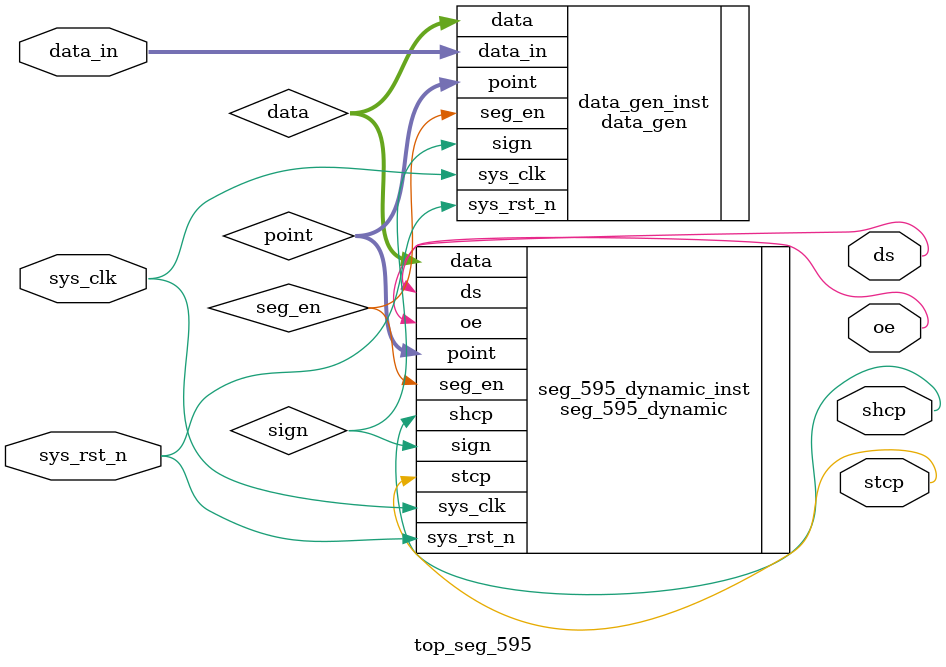
<source format=v>
`timescale  1ns/1ns


module  top_seg_595
  (
    input   wire            sys_clk     ,   //系统时钟，频率50MHz
    input   wire            sys_rst_n   ,   //复位信号，低电平有效
    input   wire       [7:0]     data_in   ,
    output  wire            stcp        ,   //输出数据存储寄时钟
    output  wire            shcp        ,   //移位寄存器的时钟输入
    output  wire            ds          ,   //串行数据输入
    output  wire            oe              //输出使能信号
  );
  //wire  define
  wire    [19:0]  data    ;   //数码管要显示的值
  wire    [5:0]   point   ;   //小数点显示,高电平有效top_seg_595
  wire            seg_en  ;   //数码管使能信号，高电平有效
  wire            sign    ;   //符号位，高电平显示负号

  data_gen    data_gen_inst
              (
                .sys_clk     (sys_clk  ),   //系统时钟，频率50MHz
                .sys_rst_n   (sys_rst_n),   //复位信号，低电平有效
                .data_in     (data_in  ),   //输入数据
                .data        (data     ),   //数码管要显示的值
                .point       (point    ),   //小数点显示,高电平有效
                .seg_en      (seg_en   ),   //数码管使能信号，高电平有效
                .sign        (sign     )    //符号位，高电平显示负号
              );

  //-------------seg7_dynamic_inst--------------
  seg_595_dynamic    seg_595_dynamic_inst
                     (
                       .sys_clk    (sys_clk   ),   //系统时钟，频率50MHz
                       .sys_rst_n  (sys_rst_n ),   //复位信号，低有效
                       .data       (data      ),   //数码管要显示的值
                       .point      (point     ),   //小数点显示,高电平有效
                       .seg_en     (seg_en    ),   //数码管使能信号，高电平有效
                       .sign       (sign      ),   //符号位，高电平显示负号

                       .stcp       (stcp      ),   //输出数据存储寄时钟
                       .shcp       (shcp      ),   //移位寄存器的时钟输入
                       .ds         (ds        ),   //串行数据输入
                       .oe         (oe        )    //输出使能信号
                     );
endmodule

</source>
